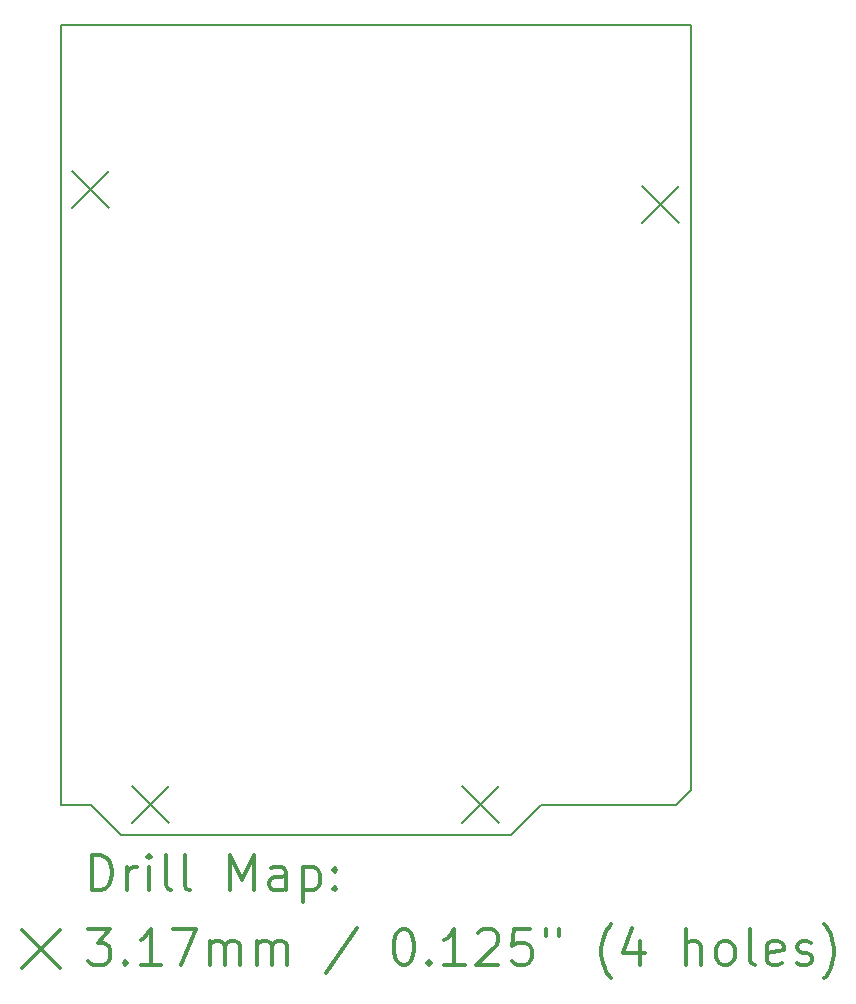
<source format=gbr>
%FSLAX45Y45*%
G04 Gerber Fmt 4.5, Leading zero omitted, Abs format (unit mm)*
G04 Created by KiCad (PCBNEW (after 2015-mar-04 BZR unknown)-product) date 2015年06月14日日曜日 16:42:50*
%MOMM*%
G01*
G04 APERTURE LIST*
%ADD10C,0.127000*%
%ADD11C,0.150000*%
%ADD12C,0.200000*%
%ADD13C,0.300000*%
G04 APERTURE END LIST*
D10*
D11*
X254000Y255000D02*
X508000Y1000D01*
X0Y255000D02*
X254000Y255000D01*
X0Y6859000D02*
X0Y255000D01*
X5334000Y6859000D02*
X0Y6859000D01*
X5334000Y382000D02*
X5334000Y6859000D01*
X5207000Y255000D02*
X5334000Y382000D01*
X4064000Y255000D02*
X5207000Y255000D01*
X3810000Y1000D02*
X4064000Y255000D01*
X508000Y1000D02*
X3810000Y1000D01*
D12*
X95250Y5620750D02*
X412750Y5303250D01*
X412750Y5620750D02*
X95250Y5303250D01*
X603250Y413750D02*
X920750Y96250D01*
X920750Y413750D02*
X603250Y96250D01*
X3397250Y413750D02*
X3714750Y96250D01*
X3714750Y413750D02*
X3397250Y96250D01*
X4921250Y5493750D02*
X5238750Y5176250D01*
X5238750Y5493750D02*
X4921250Y5176250D01*
D13*
X263929Y-472214D02*
X263929Y-172214D01*
X335357Y-172214D01*
X378214Y-186500D01*
X406786Y-215071D01*
X421071Y-243643D01*
X435357Y-300786D01*
X435357Y-343643D01*
X421071Y-400786D01*
X406786Y-429357D01*
X378214Y-457929D01*
X335357Y-472214D01*
X263929Y-472214D01*
X563929Y-472214D02*
X563929Y-272214D01*
X563929Y-329357D02*
X578214Y-300786D01*
X592500Y-286500D01*
X621071Y-272214D01*
X649643Y-272214D01*
X749643Y-472214D02*
X749643Y-272214D01*
X749643Y-172214D02*
X735357Y-186500D01*
X749643Y-200786D01*
X763928Y-186500D01*
X749643Y-172214D01*
X749643Y-200786D01*
X935357Y-472214D02*
X906786Y-457929D01*
X892500Y-429357D01*
X892500Y-172214D01*
X1092500Y-472214D02*
X1063929Y-457929D01*
X1049643Y-429357D01*
X1049643Y-172214D01*
X1435357Y-472214D02*
X1435357Y-172214D01*
X1535357Y-386500D01*
X1635357Y-172214D01*
X1635357Y-472214D01*
X1906786Y-472214D02*
X1906786Y-315072D01*
X1892500Y-286500D01*
X1863928Y-272214D01*
X1806786Y-272214D01*
X1778214Y-286500D01*
X1906786Y-457929D02*
X1878214Y-472214D01*
X1806786Y-472214D01*
X1778214Y-457929D01*
X1763928Y-429357D01*
X1763928Y-400786D01*
X1778214Y-372214D01*
X1806786Y-357929D01*
X1878214Y-357929D01*
X1906786Y-343643D01*
X2049643Y-272214D02*
X2049643Y-572214D01*
X2049643Y-286500D02*
X2078214Y-272214D01*
X2135357Y-272214D01*
X2163929Y-286500D01*
X2178214Y-300786D01*
X2192500Y-329357D01*
X2192500Y-415071D01*
X2178214Y-443643D01*
X2163929Y-457929D01*
X2135357Y-472214D01*
X2078214Y-472214D01*
X2049643Y-457929D01*
X2321071Y-443643D02*
X2335357Y-457929D01*
X2321071Y-472214D01*
X2306786Y-457929D01*
X2321071Y-443643D01*
X2321071Y-472214D01*
X2321071Y-286500D02*
X2335357Y-300786D01*
X2321071Y-315072D01*
X2306786Y-300786D01*
X2321071Y-286500D01*
X2321071Y-315072D01*
X-325000Y-807750D02*
X-7500Y-1125250D01*
X-7500Y-807750D02*
X-325000Y-1125250D01*
X235357Y-802214D02*
X421071Y-802214D01*
X321071Y-916500D01*
X363928Y-916500D01*
X392500Y-930786D01*
X406786Y-945071D01*
X421071Y-973643D01*
X421071Y-1045071D01*
X406786Y-1073643D01*
X392500Y-1087929D01*
X363928Y-1102214D01*
X278214Y-1102214D01*
X249643Y-1087929D01*
X235357Y-1073643D01*
X549643Y-1073643D02*
X563929Y-1087929D01*
X549643Y-1102214D01*
X535357Y-1087929D01*
X549643Y-1073643D01*
X549643Y-1102214D01*
X849643Y-1102214D02*
X678214Y-1102214D01*
X763928Y-1102214D02*
X763928Y-802214D01*
X735357Y-845071D01*
X706786Y-873643D01*
X678214Y-887929D01*
X949643Y-802214D02*
X1149643Y-802214D01*
X1021071Y-1102214D01*
X1263929Y-1102214D02*
X1263929Y-902214D01*
X1263929Y-930786D02*
X1278214Y-916500D01*
X1306786Y-902214D01*
X1349643Y-902214D01*
X1378214Y-916500D01*
X1392500Y-945071D01*
X1392500Y-1102214D01*
X1392500Y-945071D02*
X1406786Y-916500D01*
X1435357Y-902214D01*
X1478214Y-902214D01*
X1506786Y-916500D01*
X1521071Y-945071D01*
X1521071Y-1102214D01*
X1663928Y-1102214D02*
X1663928Y-902214D01*
X1663928Y-930786D02*
X1678214Y-916500D01*
X1706786Y-902214D01*
X1749643Y-902214D01*
X1778214Y-916500D01*
X1792500Y-945071D01*
X1792500Y-1102214D01*
X1792500Y-945071D02*
X1806786Y-916500D01*
X1835357Y-902214D01*
X1878214Y-902214D01*
X1906786Y-916500D01*
X1921071Y-945071D01*
X1921071Y-1102214D01*
X2506786Y-787929D02*
X2249643Y-1173643D01*
X2892500Y-802214D02*
X2921071Y-802214D01*
X2949643Y-816500D01*
X2963928Y-830786D01*
X2978214Y-859357D01*
X2992500Y-916500D01*
X2992500Y-987929D01*
X2978214Y-1045071D01*
X2963928Y-1073643D01*
X2949643Y-1087929D01*
X2921071Y-1102214D01*
X2892500Y-1102214D01*
X2863928Y-1087929D01*
X2849643Y-1073643D01*
X2835357Y-1045071D01*
X2821071Y-987929D01*
X2821071Y-916500D01*
X2835357Y-859357D01*
X2849643Y-830786D01*
X2863928Y-816500D01*
X2892500Y-802214D01*
X3121071Y-1073643D02*
X3135357Y-1087929D01*
X3121071Y-1102214D01*
X3106786Y-1087929D01*
X3121071Y-1073643D01*
X3121071Y-1102214D01*
X3421071Y-1102214D02*
X3249643Y-1102214D01*
X3335357Y-1102214D02*
X3335357Y-802214D01*
X3306785Y-845071D01*
X3278214Y-873643D01*
X3249643Y-887929D01*
X3535357Y-830786D02*
X3549643Y-816500D01*
X3578214Y-802214D01*
X3649643Y-802214D01*
X3678214Y-816500D01*
X3692500Y-830786D01*
X3706785Y-859357D01*
X3706785Y-887929D01*
X3692500Y-930786D01*
X3521071Y-1102214D01*
X3706785Y-1102214D01*
X3978214Y-802214D02*
X3835357Y-802214D01*
X3821071Y-945071D01*
X3835357Y-930786D01*
X3863928Y-916500D01*
X3935357Y-916500D01*
X3963928Y-930786D01*
X3978214Y-945071D01*
X3992500Y-973643D01*
X3992500Y-1045071D01*
X3978214Y-1073643D01*
X3963928Y-1087929D01*
X3935357Y-1102214D01*
X3863928Y-1102214D01*
X3835357Y-1087929D01*
X3821071Y-1073643D01*
X4106786Y-802214D02*
X4106786Y-859357D01*
X4221071Y-802214D02*
X4221071Y-859357D01*
X4663928Y-1216500D02*
X4649643Y-1202214D01*
X4621071Y-1159357D01*
X4606786Y-1130786D01*
X4592500Y-1087929D01*
X4578214Y-1016500D01*
X4578214Y-959357D01*
X4592500Y-887929D01*
X4606786Y-845071D01*
X4621071Y-816500D01*
X4649643Y-773643D01*
X4663928Y-759357D01*
X4906786Y-902214D02*
X4906786Y-1102214D01*
X4835357Y-787929D02*
X4763928Y-1002214D01*
X4949643Y-1002214D01*
X5292500Y-1102214D02*
X5292500Y-802214D01*
X5421071Y-1102214D02*
X5421071Y-945071D01*
X5406786Y-916500D01*
X5378214Y-902214D01*
X5335357Y-902214D01*
X5306786Y-916500D01*
X5292500Y-930786D01*
X5606785Y-1102214D02*
X5578214Y-1087929D01*
X5563928Y-1073643D01*
X5549643Y-1045071D01*
X5549643Y-959357D01*
X5563928Y-930786D01*
X5578214Y-916500D01*
X5606785Y-902214D01*
X5649643Y-902214D01*
X5678214Y-916500D01*
X5692500Y-930786D01*
X5706785Y-959357D01*
X5706785Y-1045071D01*
X5692500Y-1073643D01*
X5678214Y-1087929D01*
X5649643Y-1102214D01*
X5606785Y-1102214D01*
X5878214Y-1102214D02*
X5849643Y-1087929D01*
X5835357Y-1059357D01*
X5835357Y-802214D01*
X6106786Y-1087929D02*
X6078214Y-1102214D01*
X6021071Y-1102214D01*
X5992500Y-1087929D01*
X5978214Y-1059357D01*
X5978214Y-945071D01*
X5992500Y-916500D01*
X6021071Y-902214D01*
X6078214Y-902214D01*
X6106786Y-916500D01*
X6121071Y-945071D01*
X6121071Y-973643D01*
X5978214Y-1002214D01*
X6235357Y-1087929D02*
X6263928Y-1102214D01*
X6321071Y-1102214D01*
X6349643Y-1087929D01*
X6363928Y-1059357D01*
X6363928Y-1045071D01*
X6349643Y-1016500D01*
X6321071Y-1002214D01*
X6278214Y-1002214D01*
X6249643Y-987929D01*
X6235357Y-959357D01*
X6235357Y-945071D01*
X6249643Y-916500D01*
X6278214Y-902214D01*
X6321071Y-902214D01*
X6349643Y-916500D01*
X6463928Y-1216500D02*
X6478214Y-1202214D01*
X6506786Y-1159357D01*
X6521071Y-1130786D01*
X6535357Y-1087929D01*
X6549643Y-1016500D01*
X6549643Y-959357D01*
X6535357Y-887929D01*
X6521071Y-845071D01*
X6506786Y-816500D01*
X6478214Y-773643D01*
X6463928Y-759357D01*
M02*

</source>
